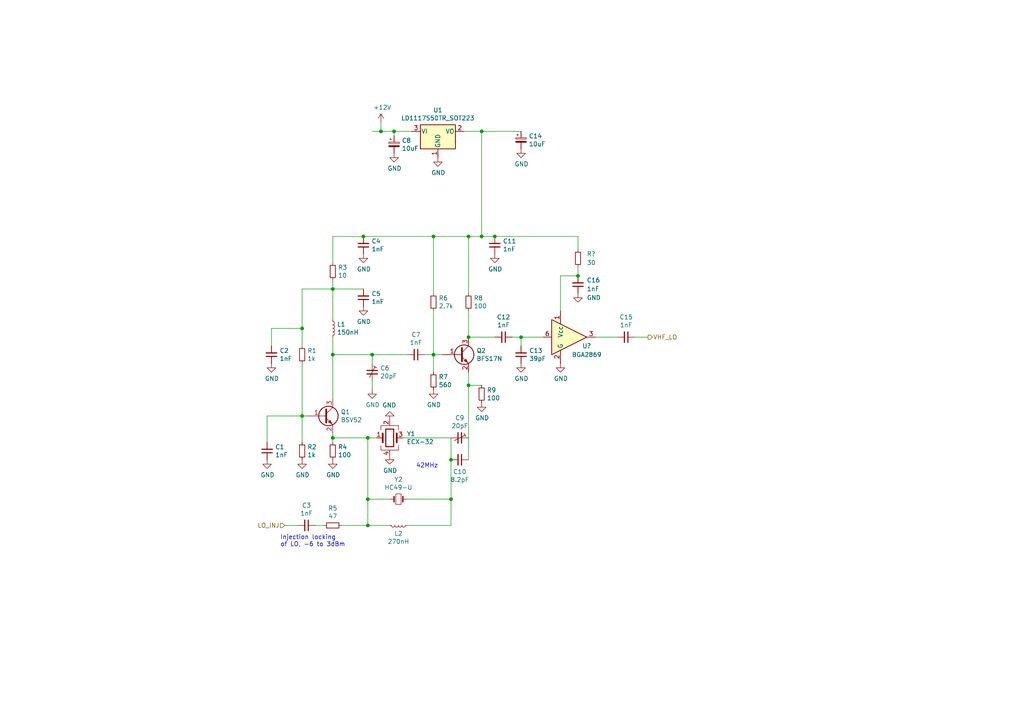
<source format=kicad_sch>
(kicad_sch (version 20211123) (generator eeschema)
  (paper "A4")
  (title_block (title "DART-70 TRX") (date "2023-01-19") (rev "0") (company "HB9EGM") (comment 1 "A 4m Band SSB/CW Transceiver"))
  (lib_symbols
    (symbol "Device:C_Polarized_Small" (pin_numbers hide) (pin_names (offset 0.254) hide)
      (property "Reference" "C" (at 0.254 1.778 0))
      (property "Value" "C_Polarized_Small" (at 0.254 -2.032 0))
      (symbol "C_Polarized_Small_0_1"
        (rectangle (start -1.524 -0.3048) (end 1.524 -0.6858) (fill (type outline)))
        (rectangle (start -1.524 0.6858) (end 1.524 0.3048))
        (polyline (pts (xy -1.27 1.524) (xy -0.762 1.524)))
        (polyline (pts (xy -1.016 1.27) (xy -1.016 1.778)))
      )
      (symbol "C_Polarized_Small_1_1"
        (pin passive line (at 0 2.54 270) (length 1.8542) (name "~") (number "1"))
        (pin passive line (at 0 -2.54 90) (length 1.8542) (name "~") (number "2"))
      )
    )
    (symbol "Device:C_Small" (pin_numbers hide) (pin_names (offset 0.254) hide)
      (property "Reference" "C" (at 0.254 1.778 0))
      (property "Value" "C_Small" (at 0.254 -2.032 0))
      (symbol "C_Small_0_1"
        (polyline (pts (xy -1.524 -0.508) (xy 1.524 -0.508)) (stroke (width 0.3302)))
        (polyline (pts (xy -1.524 0.508) (xy 1.524 0.508)) (stroke (width 0.3048)))
      )
      (symbol "C_Small_1_1"
        (pin passive line (at 0 2.54 270) (length 2.032) (name "~") (number "1"))
        (pin passive line (at 0 -2.54 90) (length 2.032) (name "~") (number "2"))
      )
    )
    (symbol "Device:C_Trim_Small" (pin_numbers hide) (pin_names (offset 0.254) hide)
      (property "Reference" "C" (at 1.524 -2.032 0))
      (property "Value" "C_Trim_Small" (at 3.048 -3.556 0))
      (symbol "C_Trim_Small_0_1"
        (polyline (pts (xy -1.524 -0.508) (xy 1.524 -0.508)) (stroke (width 0.3048)))
        (polyline (pts (xy -1.524 0.508) (xy 1.524 0.508)) (stroke (width 0.3048)))
        (polyline (pts (xy 0.762 1.524) (xy -0.762 -1.524)) (stroke (width 0.1778)))
        (polyline (pts (xy 1.27 1.27) (xy 0.381 1.778)) (stroke (width 0.1778)))
      )
      (symbol "C_Trim_Small_1_1"
        (pin passive line (at 0 2.54 270) (length 2.032) (name "~") (number "1"))
        (pin passive line (at 0 -2.54 90) (length 2.032) (name "~") (number "2"))
      )
    )
    (symbol "Device:Crystal_GND24" (pin_names (offset 1.016) hide)
      (property "Reference" "Y" (at 3.175 5.08 0))
      (property "Value" "Crystal_GND24" (at 3.175 3.175 0))
      (symbol "Crystal_GND24_0_1"
        (rectangle (start -1.143 2.54) (end 1.143 -2.54) (stroke (width 0.3048)))
        (polyline (pts (xy -2.54 0) (xy -2.032 0)))
        (polyline (pts (xy -2.032 -1.27) (xy -2.032 1.27)) (stroke (width 0.508)))
        (polyline (pts (xy 0 -3.81) (xy 0 -3.556)))
        (polyline (pts (xy 0 3.556) (xy 0 3.81)))
        (polyline (pts (xy 2.032 -1.27) (xy 2.032 1.27)) (stroke (width 0.508)))
        (polyline (pts (xy 2.032 0) (xy 2.54 0)))
        (polyline (pts (xy -2.54 -2.286) (xy -2.54 -3.556) (xy 2.54 -3.556) (xy 2.54 -2.286)))
        (polyline (pts (xy -2.54 2.286) (xy -2.54 3.556) (xy 2.54 3.556) (xy 2.54 2.286)))
      )
      (symbol "Crystal_GND24_1_1"
        (pin passive line (at -3.81 0 0) (length 1.27) (name "1") (number "1"))
        (pin passive line (at 0 5.08 270) (length 1.27) (name "2") (number "2"))
        (pin passive line (at 3.81 0 180) (length 1.27) (name "3") (number "3"))
        (pin passive line (at 0 -5.08 90) (length 1.27) (name "4") (number "4"))
      )
    )
    (symbol "Device:Crystal_Small" (pin_numbers hide) (pin_names (offset 1.016) hide)
      (property "Reference" "Y" (at 0 2.54 0))
      (property "Value" "Crystal_Small" (at 0 -2.54 0))
      (symbol "Crystal_Small_0_1"
        (rectangle (start -0.762 -1.524) (end 0.762 1.524))
        (polyline (pts (xy -1.27 -0.762) (xy -1.27 0.762)) (stroke (width 0.381)))
        (polyline (pts (xy 1.27 -0.762) (xy 1.27 0.762)) (stroke (width 0.381)))
      )
      (symbol "Crystal_Small_1_1"
        (pin passive line (at -2.54 0 0) (length 1.27) (name "1") (number "1"))
        (pin passive line (at 2.54 0 180) (length 1.27) (name "2") (number "2"))
      )
    )
    (symbol "Device:L_Small" (pin_numbers hide) (pin_names (offset 0.254) hide)
      (property "Reference" "L" (at 0.762 1.016 0))
      (property "Value" "L_Small" (at 0.762 -1.016 0))
      (symbol "L_Small_0_1"
        (arc (start 0 -2.032) (mid 0.508 -1.524) (end 0 -1.016))
        (arc (start 0 -1.016) (mid 0.508 -0.508) (end 0 0))
        (arc (start 0 0) (mid 0.508 0.508) (end 0 1.016))
        (arc (start 0 1.016) (mid 0.508 1.524) (end 0 2.032))
      )
      (symbol "L_Small_1_1"
        (pin passive line (at 0 2.54 270) (length 0.508) (name "~") (number "1"))
        (pin passive line (at 0 -2.54 90) (length 0.508) (name "~") (number "2"))
      )
    )
    (symbol "Device:Q_NPN_BEC" (pin_names (offset 0) hide)
      (property "Reference" "Q" (at 5.08 1.27 0))
      (property "Value" "Q_NPN_BEC" (at 5.08 -1.27 0))
      (symbol "Q_NPN_BEC_0_1"
        (polyline (pts (xy 0.635 0.635) (xy 2.54 2.54)))
        (polyline (pts (xy 0.635 -0.635) (xy 2.54 -2.54) (xy 2.54 -2.54)))
        (polyline (pts (xy 0.635 1.905) (xy 0.635 -1.905) (xy 0.635 -1.905)) (stroke (width 0.508)))
        (polyline (pts (xy 1.27 -1.778) (xy 1.778 -1.27) (xy 2.286 -2.286) (xy 1.27 -1.778) (xy 1.27 -1.778)) (fill (type outline)))
        (circle (center 1.27 0) (radius 2.8194) (stroke (width 0.254)))
      )
      (symbol "Q_NPN_BEC_1_1"
        (pin input line (at -5.08 0 0) (length 5.715) (name "B") (number "1"))
        (pin passive line (at 2.54 -5.08 90) (length 2.54) (name "E") (number "2"))
        (pin passive line (at 2.54 5.08 270) (length 2.54) (name "C") (number "3"))
      )
    )
    (symbol "Device:R_Small" (pin_numbers hide) (pin_names (offset 0.254) hide)
      (property "Reference" "R" (at 0.762 0.508 0))
      (property "Value" "R_Small" (at 0.762 -1.016 0))
      (symbol "R_Small_0_1"
        (rectangle (start -0.762 1.778) (end 0.762 -1.778) (stroke (width 0.2032)))
      )
      (symbol "R_Small_1_1"
        (pin passive line (at 0 2.54 270) (length 0.762) (name "~") (number "1"))
        (pin passive line (at 0 -2.54 90) (length 0.762) (name "~") (number "2"))
      )
    )
    (symbol "RF_Amplifier:BGA2869"
      (property "Reference" "U" (at 2.54 6.35 0))
      (property "Value" "BGA2869" (at 3.81 3.81 0))
      (symbol "BGA2869_0_1"
        (polyline (pts (xy 5.08 0) (xy -5.08 5.08) (xy -5.08 -5.08) (xy 5.08 0)) (stroke (width 0.254)) (fill (type background)))
      )
      (symbol "BGA2869_1_1"
        (pin power_in line (at -2.54 7.62 270) (length 3.81) (name "Vcc") (number "1"))
        (pin power_in line (at -2.54 -7.62 90) (length 3.81) (name "G") (number "2"))
        (pin output line (at 7.62 0 180) (length 2.54) (name "~") (number "3"))
        (pin passive line (at -2.54 -7.62 90) (length 3.81) hide (name "G") (number "4"))
        (pin passive line (at -2.54 -7.62 90) (length 3.81) hide (name "G") (number "5"))
        (pin input line (at -7.62 0 0) (length 2.54) (name "~") (number "6"))
      )
    )
    (symbol "Regulator_Linear:LD1117S50TR_SOT223" (pin_names (offset 0.254))
      (property "Reference" "U" (at -3.81 3.175 0))
      (property "Value" "LD1117S50TR_SOT223" (at 0 3.175 0))
      (symbol "LD1117S50TR_SOT223_0_1"
        (rectangle (start -5.08 -5.08) (end 5.08 1.905) (stroke (width 0.254)) (fill (type background)))
      )
      (symbol "LD1117S50TR_SOT223_1_1"
        (pin power_in line (at 0 -7.62 90) (length 2.54) (name "GND") (number "1"))
        (pin power_out line (at 7.62 0 180) (length 2.54) (name "VO") (number "2"))
        (pin power_in line (at -7.62 0 0) (length 2.54) (name "VI") (number "3"))
      )
    )
    (symbol "power:+12V" (power) (pin_names (offset 0))
      (property "Value" "+12V" (at 0 3.556 0))
      (symbol "+12V_0_1"
        (polyline (pts (xy -0.762 1.27) (xy 0 2.54)))
        (polyline (pts (xy 0 0) (xy 0 2.54)))
        (polyline (pts (xy 0 2.54) (xy 0.762 1.27)))
      )
      (symbol "+12V_1_1"
        (pin power_in line (at 0 0 90) (length 0) hide (name "+12V") (number "1"))
      )
    )
    (symbol "power:GND" (power) (pin_names (offset 0))
      (property "Value" "GND" (at 0 -3.81 0))
      (symbol "GND_0_1"
        (polyline (pts (xy 0 0) (xy 0 -1.27) (xy 1.27 -1.27) (xy 0 -2.54) (xy -1.27 -1.27) (xy 0 -1.27)))
      )
      (symbol "GND_1_1"
        (pin power_in line (at 0 0 270) (length 0) hide (name "GND") (number "1"))
      )
    )
  )
  (junction (at 130.81 133.35))
  (junction (at 125.73 68.58))
  (junction (at 130.81 144.78))
  (junction (at 139.7 68.58))
  (junction (at 139.7 38.1))
  (junction (at 96.52 127))
  (junction (at 151.13 97.79))
  (junction (at 106.68 152.4))
  (junction (at 135.89 68.58))
  (junction (at 114.3 38.1))
  (junction (at 107.95 102.87))
  (junction (at 143.51 68.58))
  (junction (at 87.63 120.65))
  (junction (at 106.68 127))
  (junction (at 125.73 102.87))
  (junction (at 167.64 80.01))
  (junction (at 135.89 97.79))
  (junction (at 87.63 95.25))
  (junction (at 105.41 68.58))
  (junction (at 110.49 38.1))
  (junction (at 135.89 111.76))
  (junction (at 96.52 83.82))
  (junction (at 106.68 144.78))
  (junction (at 96.52 102.87))
  (wire (pts (xy 118.11 144.78) (xy 130.81 144.78)))
  (wire (pts (xy 116.84 127) (xy 130.81 127)))
  (wire (pts (xy 151.13 97.79) (xy 157.48 97.79)))
  (wire (pts (xy 143.51 97.79) (xy 135.89 97.79)))
  (wire (pts (xy 106.68 127) (xy 96.52 127)))
  (wire (pts (xy 139.7 38.1) (xy 139.7 68.58)))
  (wire (pts (xy 113.03 144.78) (xy 106.68 144.78)))
  (wire (pts (xy 109.22 127) (xy 106.68 127)))
  (wire (pts (xy 91.44 152.4) (xy 93.98 152.4)))
  (wire (pts (xy 105.41 68.58) (xy 125.73 68.58)))
  (wire (pts (xy 96.52 127) (xy 96.52 128.27)))
  (wire (pts (xy 110.49 38.1) (xy 110.49 35.56)))
  (wire (pts (xy 96.52 68.58) (xy 96.52 76.2)))
  (wire (pts (xy 135.89 97.79) (xy 135.89 90.17)))
  (wire (pts (xy 96.52 83.82) (xy 96.52 92.71)))
  (wire (pts (xy 135.89 111.76) (xy 135.89 133.35)))
  (wire (pts (xy 123.19 102.87) (xy 125.73 102.87)))
  (wire (pts (xy 113.03 152.4) (xy 106.68 152.4)))
  (wire (pts (xy 184.15 97.79) (xy 187.96 97.79)))
  (wire (pts (xy 96.52 102.87) (xy 96.52 115.57)))
  (wire (pts (xy 77.47 120.65) (xy 77.47 128.27)))
  (wire (pts (xy 106.68 144.78) (xy 106.68 127)))
  (wire (pts (xy 96.52 83.82) (xy 87.63 83.82)))
  (wire (pts (xy 87.63 95.25) (xy 87.63 100.33)))
  (wire (pts (xy 135.89 85.09) (xy 135.89 68.58)))
  (wire (pts (xy 87.63 120.65) (xy 77.47 120.65)))
  (wire (pts (xy 139.7 111.76) (xy 135.89 111.76)))
  (wire (pts (xy 96.52 102.87) (xy 96.52 97.79)))
  (wire (pts (xy 107.95 105.41) (xy 107.95 102.87)))
  (wire (pts (xy 167.64 68.58) (xy 167.64 72.39)))
  (wire (pts (xy 107.95 102.87) (xy 118.11 102.87)))
  (wire (pts (xy 128.27 102.87) (xy 125.73 102.87)))
  (wire (pts (xy 143.51 68.58) (xy 167.64 68.58)))
  (wire (pts (xy 130.81 144.78) (xy 130.81 152.4)))
  (wire (pts (xy 130.81 144.78) (xy 130.81 133.35)))
  (wire (pts (xy 139.7 38.1) (xy 151.13 38.1)))
  (wire (pts (xy 114.3 38.1) (xy 119.38 38.1)))
  (wire (pts (xy 151.13 100.33) (xy 151.13 97.79)))
  (wire (pts (xy 162.56 80.01) (xy 167.64 80.01)))
  (wire (pts (xy 139.7 68.58) (xy 143.51 68.58)))
  (wire (pts (xy 167.64 77.47) (xy 167.64 80.01)))
  (wire (pts (xy 151.13 97.79) (xy 148.59 97.79)))
  (wire (pts (xy 82.55 152.4) (xy 86.36 152.4)))
  (wire (pts (xy 88.9 120.65) (xy 87.63 120.65)))
  (wire (pts (xy 107.95 113.03) (xy 107.95 110.49)))
  (wire (pts (xy 125.73 102.87) (xy 125.73 90.17)))
  (wire (pts (xy 130.81 133.35) (xy 130.81 127)))
  (wire (pts (xy 96.52 68.58) (xy 105.41 68.58)))
  (wire (pts (xy 87.63 105.41) (xy 87.63 120.65)))
  (wire (pts (xy 107.95 102.87) (xy 96.52 102.87)))
  (wire (pts (xy 96.52 127) (xy 96.52 125.73)))
  (wire (pts (xy 125.73 85.09) (xy 125.73 68.58)))
  (wire (pts (xy 78.74 100.33) (xy 78.74 95.25)))
  (wire (pts (xy 172.72 97.79) (xy 179.07 97.79)))
  (wire (pts (xy 99.06 152.4) (xy 106.68 152.4)))
  (wire (pts (xy 96.52 83.82) (xy 96.52 81.28)))
  (wire (pts (xy 87.63 83.82) (xy 87.63 95.25)))
  (wire (pts (xy 105.41 83.82) (xy 96.52 83.82)))
  (wire (pts (xy 134.62 38.1) (xy 139.7 38.1)))
  (wire (pts (xy 135.89 107.95) (xy 135.89 111.76)))
  (wire (pts (xy 162.56 80.01) (xy 162.56 90.17)))
  (wire (pts (xy 78.74 95.25) (xy 87.63 95.25)))
  (wire (pts (xy 118.11 152.4) (xy 130.81 152.4)))
  (wire (pts (xy 114.3 39.37) (xy 114.3 38.1)))
  (wire (pts (xy 135.89 68.58) (xy 139.7 68.58)))
  (wire (pts (xy 106.68 152.4) (xy 106.68 144.78)))
  (wire (pts (xy 110.49 38.1) (xy 114.3 38.1)))
  (wire (pts (xy 125.73 102.87) (xy 125.73 107.95)))
  (wire (pts (xy 107.95 38.1) (xy 110.49 38.1)))
  (wire (pts (xy 125.73 68.58) (xy 135.89 68.58)))
  (wire (pts (xy 87.63 120.65) (xy 87.63 128.27)))
  (text "42MHz" (at 120.65 135.89 0) (effects (font (size 1.27 1.27)) (justify left bottom)))
  (text "Injection locking\nof LO, -6 to 3dBm" (at 81.28 158.75 0) (effects (font (size 1.27 1.27)) (justify left bottom)))
  (hierarchical_label "VHF_LO" (shape output) (at 187.96 97.79 0))
  (hierarchical_label "LO_INJ" (shape input) (at 82.55 152.4 180))
  (symbol (lib_id "Regulator_Linear:LD1117S50TR_SOT223") (at 127 38.1 0) (unit 1)
    (property "Reference" "U1" (at 127 31.9532 0))
    (property "Value" "LD1117S50TR_SOT223" (at 127 34.2646 0))
    (property "Footprint" "Package_TO_SOT_SMD:SOT-223-3_TabPin2" (effects hide))
    (property "Datasheet" "http://www.st.com/st-web-ui/static/active/en/resource/technical/document/datasheet/CD00000544.pdf" (effects hide))
  )
  (symbol (lib_id "power:+12V") (at 110.49 35.56 0) (unit 1)
    (property "Reference" "#PWR014" (effects hide))
    (property "Value" "+12V" (at 110.871 31.1658 0))
  )
  (symbol (lib_id "power:GND") (at 127 45.72 0) (unit 1)
    (property "Reference" "#PWR019" (effects hide))
    (property "Value" "GND" (at 127.127 50.1142 0))
  )
  (symbol (lib_id "Device:C_Polarized_Small") (at 114.3 41.91 0) (unit 1)
    (property "Reference" "C8" (at 116.5352 40.7416 0) (effects (justify left)))
    (property "Value" "10uF" (at 116.5352 43.053 0) (effects (justify left)))
    (property "Footprint" "Capacitor_SMD:C_1210_3225Metric_Pad1.33x2.70mm_HandSolder" (effects hide))
    (property "MPN" "TAJA106K016RNJ" (effects hide))
  )
  (symbol (lib_id "power:GND") (at 151.13 43.18 0) (unit 1)
    (property "Reference" "#PWR022" (effects hide))
    (property "Value" "GND" (at 151.257 47.5742 0))
  )
  (symbol (lib_id "power:GND") (at 114.3 44.45 0) (unit 1)
    (property "Reference" "#PWR015" (effects hide))
    (property "Value" "GND" (at 114.427 48.8442 0))
  )
  (symbol (lib_id "Device:C_Polarized_Small") (at 151.13 40.64 0) (unit 1)
    (property "Reference" "C14" (at 153.3652 39.4716 0) (effects (justify left)))
    (property "Value" "10uF" (at 153.3652 41.783 0) (effects (justify left)))
    (property "Footprint" "Capacitor_SMD:C_1210_3225Metric_Pad1.33x2.70mm_HandSolder" (effects hide))
    (property "MPN" "TAJA106K016RNJ" (effects hide))
  )
  (symbol (lib_id "Device:C_Small") (at 181.61 97.79 270) (unit 1)
    (property "Reference" "C15" (at 181.61 91.9734 90))
    (property "Value" "1nF" (at 181.61 94.2848 90))
    (property "Footprint" "Capacitor_SMD:C_0805_2012Metric" (effects hide))
    (property "MPN" "VJ0805A102GXXPW1BC" (effects hide))
  )
  (symbol (lib_id "power:GND") (at 162.56 105.41 0) (unit 1)
    (property "Reference" "#PWR023" (effects hide))
    (property "Value" "GND" (at 162.687 109.8042 0))
  )
  (symbol (lib_id "power:GND") (at 167.64 85.09 0) (unit 1)
    (property "Reference" "#PWR025" (effects hide))
    (property "Value" "GND" (at 170.18 86.3599 0) (effects (justify left)))
  )
  (symbol (lib_id "Device:C_Small") (at 151.13 102.87 180) (unit 1)
    (property "Reference" "C13" (at 153.4668 101.7016 0) (effects (justify right)))
    (property "Value" "39pF" (at 153.4668 104.013 0) (effects (justify right)))
    (property "Footprint" "Capacitor_SMD:C_0603_1608Metric_Pad1.08x0.95mm_HandSolder" (effects hide))
    (property "MPN" "CBR" (effects hide))
  )
  (symbol (lib_id "power:GND") (at 151.13 105.41 0) (unit 1)
    (property "Reference" "#PWR020" (effects hide))
    (property "Value" "GND" (at 151.257 109.8042 0))
  )
  (symbol (lib_id "Device:R_Small") (at 135.89 87.63 180) (unit 1)
    (property "Reference" "R8" (at 137.3886 86.4616 0) (effects (justify right)))
    (property "Value" "100" (at 137.3886 88.773 0) (effects (justify right)))
    (property "Footprint" "Resistor_SMD:R_0603_1608Metric_Pad0.98x0.95mm_HandSolder" (effects hide))
  )
  (symbol (lib_id "power:GND") (at 143.51 73.66 0) (unit 1)
    (property "Reference" "#PWR018" (effects hide))
    (property "Value" "GND" (at 143.637 78.0542 0))
  )
  (symbol (lib_id "Device:Q_NPN_BEC") (at 133.35 102.87 0) (unit 1)
    (property "Reference" "Q2" (at 138.176 101.7016 0) (effects (justify left)))
    (property "Value" "BFS17N" (at 138.176 104.013 0) (effects (justify left)))
    (property "Footprint" "Package_TO_SOT_SMD:SOT-23_Handsoldering" (effects hide))
    (property "MPN" "BFS17N" (effects hide))
  )
  (symbol (lib_id "Device:R_Small") (at 125.73 87.63 180) (unit 1)
    (property "Reference" "R6" (at 127.2286 86.4616 0) (effects (justify right)))
    (property "Value" "2.7k" (at 127.2286 88.773 0) (effects (justify right)))
    (property "Footprint" "Resistor_SMD:R_0603_1608Metric_Pad0.98x0.95mm_HandSolder" (effects hide))
  )
  (symbol (lib_id "Device:C_Small") (at 146.05 97.79 270) (unit 1)
    (property "Reference" "C12" (at 146.05 91.9734 90))
    (property "Value" "1nF" (at 146.05 94.2848 90))
    (property "Footprint" "Capacitor_SMD:C_0805_2012Metric" (effects hide))
    (property "MPN" "VJ0805A102GXXPW1BC" (effects hide))
  )
  (symbol (lib_id "Device:C_Small") (at 143.51 71.12 180) (unit 1)
    (property "Reference" "C11" (at 145.8468 69.9516 0) (effects (justify right)))
    (property "Value" "1nF" (at 145.8468 72.263 0) (effects (justify right)))
    (property "Footprint" "Capacitor_SMD:C_0805_2012Metric" (effects hide))
    (property "MPN" "VJ0805A102GXXPW1BC" (effects hide))
  )
  (symbol (lib_id "Device:C_Small") (at 167.64 82.55 180) (unit 1)
    (property "Reference" "C16" (at 170.18 81.2735 0) (effects (justify right)))
    (property "Value" "1nF" (at 170.18 83.8135 0) (effects (justify right)))
    (property "Footprint" "Capacitor_SMD:C_0805_2012Metric" (effects hide))
    (property "MPN" "VJ0805A102GXXPW1BC" (effects hide))
  )
  (symbol (lib_id "Device:R_Small") (at 125.73 110.49 180) (unit 1)
    (property "Reference" "R7" (at 127.2286 109.3216 0) (effects (justify right)))
    (property "Value" "560" (at 127.2286 111.633 0) (effects (justify right)))
    (property "Footprint" "Resistor_SMD:R_0603_1608Metric_Pad0.98x0.95mm_HandSolder" (effects hide))
  )
  (symbol (lib_id "power:GND") (at 125.73 113.03 0) (unit 1)
    (property "Reference" "#PWR012" (effects hide))
    (property "Value" "GND" (at 125.857 117.4242 0))
  )
  (symbol (lib_id "Device:R_Small") (at 139.7 114.3 180) (unit 1)
    (property "Reference" "R9" (at 141.1986 113.1316 0) (effects (justify right)))
    (property "Value" "100" (at 141.1986 115.443 0) (effects (justify right)))
    (property "Footprint" "Resistor_SMD:R_0603_1608Metric_Pad0.98x0.95mm_HandSolder" (effects hide))
  )
  (symbol (lib_id "power:GND") (at 139.7 116.84 0) (unit 1)
    (property "Reference" "#PWR016" (effects hide))
    (property "Value" "GND" (at 139.827 121.2342 0))
  )
  (symbol (lib_id "Device:C_Small") (at 120.65 102.87 270) (unit 1)
    (property "Reference" "C7" (at 120.65 97.0534 90))
    (property "Value" "1nF" (at 120.65 99.3648 90))
    (property "Footprint" "Capacitor_SMD:C_0805_2012Metric" (effects hide))
    (property "MPN" "VJ0805A102GXXPW1BC" (effects hide))
  )
  (symbol (lib_id "Device:C_Trim_Small") (at 107.95 107.95 0) (unit 1)
    (property "Reference" "C6" (at 110.2614 106.7816 0) (effects (justify left)))
    (property "Value" "20pF" (at 110.2614 109.093 0) (effects (justify left)))
    (property "Footprint" "picardy:C_Trimmer_Vishay_BFC2_808" (effects hide))
    (property "MPN" "222280823279" (effects hide))
  )
  (symbol (lib_id "power:GND") (at 107.95 113.03 0) (unit 1)
    (property "Reference" "#PWR09" (effects hide))
    (property "Value" "GND" (at 108.077 117.4242 0))
  )
  (symbol (lib_id "Device:C_Trim_Small") (at 133.35 127 270) (mirror x) (unit 1)
    (property "Reference" "C9" (at 133.35 121.2088 90))
    (property "Value" "20pF" (at 133.35 123.5202 90))
    (property "Footprint" "picardy:C_Trimmer_Vishay_BFC2_808" (effects hide))
    (property "MPN" "222280823279" (effects hide))
  )
  (symbol (lib_id "Device:C_Small") (at 133.35 133.35 270) (unit 1)
    (property "Reference" "C10" (at 133.35 136.8298 90))
    (property "Value" "8.2pF" (at 133.35 139.1412 90))
    (property "Footprint" "Capacitor_SMD:C_0603_1608Metric_Pad1.08x0.95mm_HandSolder" (effects hide))
    (property "MPN" "CBR" (effects hide))
  )
  (symbol (lib_id "Device:L_Small") (at 115.57 152.4 270) (unit 1)
    (property "Reference" "L2" (at 115.57 154.7622 90))
    (property "Value" "270nH" (at 115.57 157.0736 90))
    (property "Footprint" "Inductor_SMD:L_0805_2012Metric_Pad1.15x1.40mm_HandSolder" (effects hide))
    (property "MPN" "LQW2BASR27G00L" (effects hide))
  )
  (symbol (lib_id "Device:Crystal_GND24") (at 113.03 127 0) (unit 1)
    (property "Reference" "Y1" (at 117.9576 125.8316 0) (effects (justify left)))
    (property "Value" "ECX-32" (at 117.9576 128.143 0) (effects (justify left)))
    (property "Footprint" "picardy:CX3225SB" (effects hide))
  )
  (symbol (lib_id "Device:Crystal_Small") (at 115.57 144.78 0) (unit 1)
    (property "Reference" "Y2" (at 115.57 139.065 0))
    (property "Value" "HC49-U" (at 115.57 141.3764 0))
    (property "Footprint" "Crystal:Crystal_HC49-U_Vertical" (effects hide))
  )
  (symbol (lib_id "power:GND") (at 113.03 132.08 0) (unit 1)
    (property "Reference" "#PWR011" (effects hide))
    (property "Value" "GND" (at 113.157 136.4742 0))
  )
  (symbol (lib_id "power:GND") (at 113.03 121.92 180) (unit 1)
    (property "Reference" "#PWR010" (effects hide))
    (property "Value" "GND" (at 112.903 117.5258 0))
  )
  (symbol (lib_id "Device:R_Small") (at 96.52 152.4 90) (unit 1)
    (property "Reference" "R5" (at 96.52 147.4216 90))
    (property "Value" "47" (at 96.52 149.733 90))
    (property "Footprint" "Resistor_SMD:R_0603_1608Metric_Pad0.98x0.95mm_HandSolder" (effects hide))
  )
  (symbol (lib_id "Device:C_Small") (at 88.9 152.4 270) (unit 1)
    (property "Reference" "C3" (at 88.9 146.5834 90))
    (property "Value" "1nF" (at 88.9 148.8948 90))
    (property "Footprint" "Capacitor_SMD:C_0805_2012Metric" (effects hide))
    (property "MPN" "VJ0805A102GXXPW1BC" (effects hide))
  )
  (symbol (lib_id "Device:R_Small") (at 96.52 130.81 180) (unit 1)
    (property "Reference" "R4" (at 98.0186 129.6416 0) (effects (justify right)))
    (property "Value" "100" (at 98.0186 131.953 0) (effects (justify right)))
    (property "Footprint" "Resistor_SMD:R_0603_1608Metric_Pad0.98x0.95mm_HandSolder" (effects hide))
  )
  (symbol (lib_id "power:GND") (at 96.52 133.35 0) (unit 1)
    (property "Reference" "#PWR05" (effects hide))
    (property "Value" "GND" (at 96.647 137.7442 0))
  )
  (symbol (lib_id "Device:Q_NPN_BEC") (at 93.98 120.65 0) (unit 1)
    (property "Reference" "Q1" (at 98.806 119.4816 0) (effects (justify left)))
    (property "Value" "BSV52" (at 98.806 121.793 0) (effects (justify left)))
    (property "Footprint" "Package_TO_SOT_SMD:SOT-23_Handsoldering" (effects hide))
    (property "MPN" "BSV52LT1G" (effects hide))
  )
  (symbol (lib_id "Device:L_Small") (at 96.52 95.25 0) (unit 1)
    (property "Reference" "L1" (at 97.7392 94.0816 0) (effects (justify left)))
    (property "Value" "150nH" (at 97.7392 96.393 0) (effects (justify left)))
    (property "Footprint" "Inductor_SMD:L_1008_2520Metric" (effects hide))
    (property "MPN" "LQW2UASR15F00L" (effects hide))
  )
  (symbol (lib_id "Device:C_Small") (at 105.41 86.36 180) (unit 1)
    (property "Reference" "C5" (at 107.7468 85.1916 0) (effects (justify right)))
    (property "Value" "1nF" (at 107.7468 87.503 0) (effects (justify right)))
    (property "Footprint" "Capacitor_SMD:C_0805_2012Metric" (effects hide))
    (property "MPN" "VJ0805A102GXXPW1BC" (effects hide))
  )
  (symbol (lib_id "power:GND") (at 105.41 88.9 0) (unit 1)
    (property "Reference" "#PWR08" (effects hide))
    (property "Value" "GND" (at 105.537 93.2942 0))
  )
  (symbol (lib_id "Device:R_Small") (at 87.63 102.87 180) (unit 1)
    (property "Reference" "R1" (at 89.1286 101.7016 0) (effects (justify right)))
    (property "Value" "1k" (at 89.1286 104.013 0) (effects (justify right)))
    (property "Footprint" "Resistor_SMD:R_0603_1608Metric_Pad0.98x0.95mm_HandSolder" (effects hide))
  )
  (symbol (lib_id "Device:C_Small") (at 78.74 102.87 180) (unit 1)
    (property "Reference" "C2" (at 81.0768 101.7016 0) (effects (justify right)))
    (property "Value" "1nF" (at 81.0768 104.013 0) (effects (justify right)))
    (property "Footprint" "Capacitor_SMD:C_0805_2012Metric" (effects hide))
    (property "MPN" "VJ0805A102GXXPW1BC" (effects hide))
  )
  (symbol (lib_id "power:GND") (at 78.74 105.41 0) (unit 1)
    (property "Reference" "#PWR03" (effects hide))
    (property "Value" "GND" (at 78.867 109.8042 0))
  )
  (symbol (lib_id "Device:C_Small") (at 77.47 130.81 180) (unit 1)
    (property "Reference" "C1" (at 79.8068 129.6416 0) (effects (justify right)))
    (property "Value" "1nF" (at 79.8068 131.953 0) (effects (justify right)))
    (property "Footprint" "Capacitor_SMD:C_0805_2012Metric" (effects hide))
    (property "MPN" "VJ0805A102GXXPW1BC" (effects hide))
  )
  (symbol (lib_id "power:GND") (at 77.47 133.35 0) (unit 1)
    (property "Reference" "#PWR01" (effects hide))
    (property "Value" "GND" (at 77.597 137.7442 0))
  )
  (symbol (lib_id "Device:R_Small") (at 87.63 130.81 180) (unit 1)
    (property "Reference" "R2" (at 89.1286 129.6416 0) (effects (justify right)))
    (property "Value" "1k" (at 89.1286 131.953 0) (effects (justify right)))
    (property "Footprint" "Resistor_SMD:R_0603_1608Metric_Pad0.98x0.95mm_HandSolder" (effects hide))
  )
  (symbol (lib_id "power:GND") (at 87.63 133.35 0) (unit 1)
    (property "Reference" "#PWR04" (effects hide))
    (property "Value" "GND" (at 87.757 137.7442 0))
  )
  (symbol (lib_id "Device:R_Small") (at 96.52 78.74 180) (unit 1)
    (property "Reference" "R3" (at 98.0186 77.5716 0) (effects (justify right)))
    (property "Value" "10" (at 98.0186 79.883 0) (effects (justify right)))
    (property "Footprint" "Resistor_SMD:R_0603_1608Metric_Pad0.98x0.95mm_HandSolder" (effects hide))
  )
  (symbol (lib_id "power:GND") (at 105.41 73.66 0) (unit 1)
    (property "Reference" "#PWR07" (effects hide))
    (property "Value" "GND" (at 105.537 78.0542 0))
  )
  (symbol (lib_id "Device:C_Small") (at 105.41 71.12 180) (unit 1)
    (property "Reference" "C4" (at 107.7468 69.9516 0) (effects (justify right)))
    (property "Value" "1nF" (at 107.7468 72.263 0) (effects (justify right)))
    (property "Footprint" "Capacitor_SMD:C_0805_2012Metric" (effects hide))
    (property "MPN" "VJ0805A102GXXPW1BC" (effects hide))
  )
  (symbol (lib_id "Device:R_Small") (at 167.64 74.93 180) (unit 1)
    (property "Reference" "R?" (at 170.18 73.6599 0) (effects (justify right)))
    (property "Value" "30" (at 170.18 76.1999 0) (effects (justify right)))
    (property "Footprint" "Resistor_SMD:R_0603_1608Metric_Pad0.98x0.95mm_HandSolder" (effects hide))
  )
  (symbol (lib_id "RF_Amplifier:BGA2869") (at 165.1 97.79 0) (unit 1)
    (property "Reference" "U?" (at 170.18 100.33 0))
    (property "Value" "BGA2869" (at 170.18 102.87 0))
    (property "Footprint" "Package_TO_SOT_SMD:SOT-363_SC-70-6" (effects hide))
    (property "Datasheet" "https://www.nxp.com/docs/en/data-sheet/BGA2869.pdf" (effects hide))
  )
)
</source>
